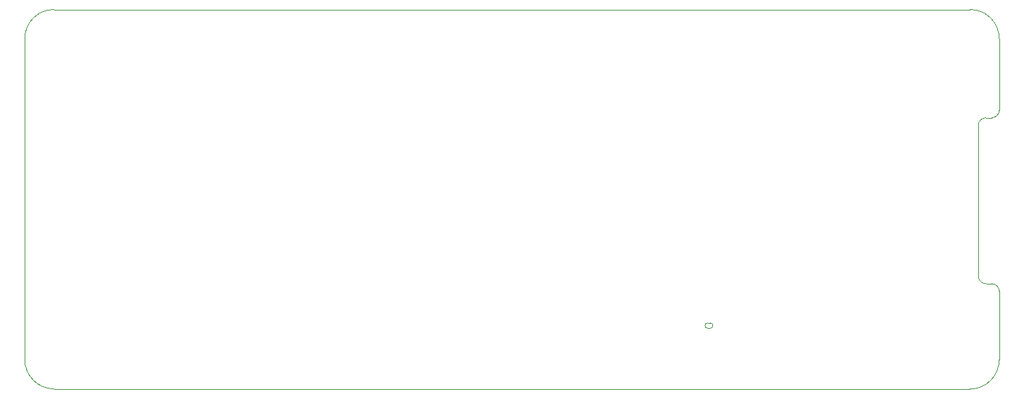
<source format=gbr>
G04 #@! TF.GenerationSoftware,KiCad,Pcbnew,(6.0.7)*
G04 #@! TF.CreationDate,2022-10-31T13:42:49+03:00*
G04 #@! TF.ProjectId,USB_HUB_ADAPTER,5553425f-4855-4425-9f41-444150544552,rev?*
G04 #@! TF.SameCoordinates,Original*
G04 #@! TF.FileFunction,Profile,NP*
%FSLAX46Y46*%
G04 Gerber Fmt 4.6, Leading zero omitted, Abs format (unit mm)*
G04 Created by KiCad (PCBNEW (6.0.7)) date 2022-10-31 13:42:49*
%MOMM*%
%LPD*%
G01*
G04 APERTURE LIST*
G04 #@! TA.AperFunction,Profile*
%ADD10C,0.100000*%
G04 #@! TD*
G04 APERTURE END LIST*
D10*
X212122875Y-86700000D02*
X212822875Y-86700000D01*
X213722875Y-107600000D02*
X213722875Y-115862500D01*
X100000000Y-73650000D02*
G75*
G03*
X96500000Y-77150000I0J-3500000D01*
G01*
X213722900Y-107600000D02*
G75*
G03*
X212822875Y-106700000I-900000J0D01*
G01*
X211222900Y-105800000D02*
G75*
G03*
X212122875Y-106700000I900000J0D01*
G01*
X212822875Y-86699975D02*
G75*
G03*
X213722875Y-85800000I25J899975D01*
G01*
X213722900Y-77150000D02*
G75*
G03*
X210222875Y-73650000I-3500000J0D01*
G01*
X96500000Y-115850000D02*
X96500000Y-77150000D01*
X210222875Y-73650000D02*
X100000000Y-73650000D01*
X210222875Y-119399974D02*
G75*
G03*
X213722875Y-115862500I-37675J3537474D01*
G01*
X211222875Y-105800000D02*
X211222875Y-87600000D01*
X212822875Y-106700000D02*
X212122875Y-106700000D01*
X100000000Y-119375000D02*
X210222875Y-119400000D01*
X213722875Y-85800000D02*
X213722875Y-77150000D01*
X212122875Y-86699975D02*
G75*
G03*
X211222875Y-87600000I25J-900025D01*
G01*
X96500011Y-115850000D02*
G75*
G03*
X100000000Y-119375000I3525089J0D01*
G01*
X178950000Y-112075000D02*
X178650000Y-112075000D01*
X178650000Y-111425000D02*
X178950000Y-111425000D01*
X178950000Y-112075000D02*
G75*
G03*
X179275000Y-111750000I0J325000D01*
G01*
X178325000Y-111750000D02*
G75*
G03*
X178650000Y-112075000I325000J0D01*
G01*
X179275000Y-111750000D02*
G75*
G03*
X178950000Y-111425000I-325000J0D01*
G01*
X178650000Y-111425000D02*
G75*
G03*
X178325000Y-111750000I0J-325000D01*
G01*
M02*

</source>
